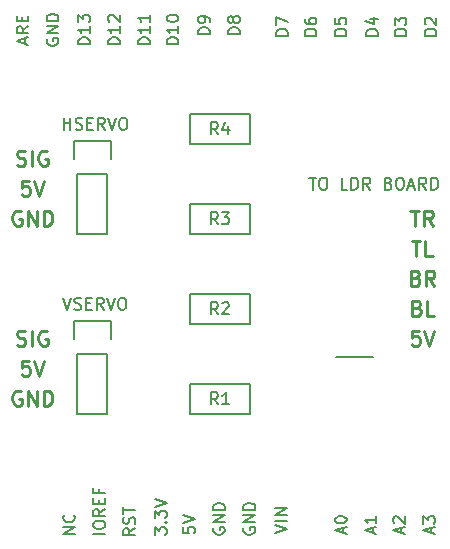
<source format=gto>
%TF.GenerationSoftware,KiCad,Pcbnew,4.0.5-e0-6337~49~ubuntu16.04.1*%
%TF.CreationDate,2017-05-08T14:00:32-07:00*%
%TF.ProjectId,Arduino-Shield,41726475696E6F2D536869656C642E6B,1.0*%
%TF.FileFunction,Legend,Top*%
%FSLAX46Y46*%
G04 Gerber Fmt 4.6, Leading zero omitted, Abs format (unit mm)*
G04 Created by KiCad (PCBNEW 4.0.5-e0-6337~49~ubuntu16.04.1) date Mon May  8 14:00:32 2017*
%MOMM*%
%LPD*%
G01*
G04 APERTURE LIST*
%ADD10C,0.350000*%
%ADD11C,0.254000*%
%ADD12C,0.150000*%
%ADD13C,0.203200*%
%ADD14C,2.151380*%
%ADD15R,2.184400X1.879600*%
%ADD16O,2.184400X1.879600*%
%ADD17R,2.184400X2.184400*%
%ADD18O,2.184400X2.184400*%
%ADD19O,1.676400X2.692400*%
G04 APERTURE END LIST*
D10*
D11*
X57742667Y-77252286D02*
X57924096Y-77312762D01*
X57984572Y-77373238D01*
X58045048Y-77494190D01*
X58045048Y-77675619D01*
X57984572Y-77796571D01*
X57924096Y-77857048D01*
X57803143Y-77917524D01*
X57319334Y-77917524D01*
X57319334Y-76647524D01*
X57742667Y-76647524D01*
X57863620Y-76708000D01*
X57924096Y-76768476D01*
X57984572Y-76889429D01*
X57984572Y-77010381D01*
X57924096Y-77131333D01*
X57863620Y-77191810D01*
X57742667Y-77252286D01*
X57319334Y-77252286D01*
X59194096Y-77917524D02*
X58589334Y-77917524D01*
X58589334Y-76647524D01*
X57168143Y-69027524D02*
X57893858Y-69027524D01*
X57531001Y-70297524D02*
X57531001Y-69027524D01*
X59042905Y-70297524D02*
X58619572Y-69692762D01*
X58317191Y-70297524D02*
X58317191Y-69027524D01*
X58801000Y-69027524D01*
X58921953Y-69088000D01*
X58982429Y-69148476D01*
X59042905Y-69269429D01*
X59042905Y-69450857D01*
X58982429Y-69571810D01*
X58921953Y-69632286D01*
X58801000Y-69692762D01*
X58317191Y-69692762D01*
X57289095Y-71567524D02*
X58014810Y-71567524D01*
X57651953Y-72837524D02*
X57651953Y-71567524D01*
X59042905Y-72837524D02*
X58438143Y-72837524D01*
X58438143Y-71567524D01*
X57621714Y-74712286D02*
X57803143Y-74772762D01*
X57863619Y-74833238D01*
X57924095Y-74954190D01*
X57924095Y-75135619D01*
X57863619Y-75256571D01*
X57803143Y-75317048D01*
X57682190Y-75377524D01*
X57198381Y-75377524D01*
X57198381Y-74107524D01*
X57621714Y-74107524D01*
X57742667Y-74168000D01*
X57803143Y-74228476D01*
X57863619Y-74349429D01*
X57863619Y-74470381D01*
X57803143Y-74591333D01*
X57742667Y-74651810D01*
X57621714Y-74712286D01*
X57198381Y-74712286D01*
X59194095Y-75377524D02*
X58770762Y-74772762D01*
X58468381Y-75377524D02*
X58468381Y-74107524D01*
X58952190Y-74107524D01*
X59073143Y-74168000D01*
X59133619Y-74228476D01*
X59194095Y-74349429D01*
X59194095Y-74530857D01*
X59133619Y-74651810D01*
X59073143Y-74712286D01*
X58952190Y-74772762D01*
X58468381Y-74772762D01*
X57924096Y-79187524D02*
X57319334Y-79187524D01*
X57258858Y-79792286D01*
X57319334Y-79731810D01*
X57440286Y-79671333D01*
X57742667Y-79671333D01*
X57863620Y-79731810D01*
X57924096Y-79792286D01*
X57984572Y-79913238D01*
X57984572Y-80215619D01*
X57924096Y-80336571D01*
X57863620Y-80397048D01*
X57742667Y-80457524D01*
X57440286Y-80457524D01*
X57319334Y-80397048D01*
X57258858Y-80336571D01*
X58347429Y-79187524D02*
X58770763Y-80457524D01*
X59194096Y-79187524D01*
X24178381Y-84328000D02*
X24057429Y-84267524D01*
X23876000Y-84267524D01*
X23694572Y-84328000D01*
X23573619Y-84448952D01*
X23513143Y-84569905D01*
X23452667Y-84811810D01*
X23452667Y-84993238D01*
X23513143Y-85235143D01*
X23573619Y-85356095D01*
X23694572Y-85477048D01*
X23876000Y-85537524D01*
X23996952Y-85537524D01*
X24178381Y-85477048D01*
X24238857Y-85416571D01*
X24238857Y-84993238D01*
X23996952Y-84993238D01*
X24783143Y-85537524D02*
X24783143Y-84267524D01*
X25508857Y-85537524D01*
X25508857Y-84267524D01*
X26113619Y-85537524D02*
X26113619Y-84267524D01*
X26416000Y-84267524D01*
X26597428Y-84328000D01*
X26718381Y-84448952D01*
X26778857Y-84569905D01*
X26839333Y-84811810D01*
X26839333Y-84993238D01*
X26778857Y-85235143D01*
X26718381Y-85356095D01*
X26597428Y-85477048D01*
X26416000Y-85537524D01*
X26113619Y-85537524D01*
X24904096Y-81727524D02*
X24299334Y-81727524D01*
X24238858Y-82332286D01*
X24299334Y-82271810D01*
X24420286Y-82211333D01*
X24722667Y-82211333D01*
X24843620Y-82271810D01*
X24904096Y-82332286D01*
X24964572Y-82453238D01*
X24964572Y-82755619D01*
X24904096Y-82876571D01*
X24843620Y-82937048D01*
X24722667Y-82997524D01*
X24420286Y-82997524D01*
X24299334Y-82937048D01*
X24238858Y-82876571D01*
X25327429Y-81727524D02*
X25750763Y-82997524D01*
X26174096Y-81727524D01*
X24178381Y-69088000D02*
X24057429Y-69027524D01*
X23876000Y-69027524D01*
X23694572Y-69088000D01*
X23573619Y-69208952D01*
X23513143Y-69329905D01*
X23452667Y-69571810D01*
X23452667Y-69753238D01*
X23513143Y-69995143D01*
X23573619Y-70116095D01*
X23694572Y-70237048D01*
X23876000Y-70297524D01*
X23996952Y-70297524D01*
X24178381Y-70237048D01*
X24238857Y-70176571D01*
X24238857Y-69753238D01*
X23996952Y-69753238D01*
X24783143Y-70297524D02*
X24783143Y-69027524D01*
X25508857Y-70297524D01*
X25508857Y-69027524D01*
X26113619Y-70297524D02*
X26113619Y-69027524D01*
X26416000Y-69027524D01*
X26597428Y-69088000D01*
X26718381Y-69208952D01*
X26778857Y-69329905D01*
X26839333Y-69571810D01*
X26839333Y-69753238D01*
X26778857Y-69995143D01*
X26718381Y-70116095D01*
X26597428Y-70237048D01*
X26416000Y-70297524D01*
X26113619Y-70297524D01*
X24904096Y-66487524D02*
X24299334Y-66487524D01*
X24238858Y-67092286D01*
X24299334Y-67031810D01*
X24420286Y-66971333D01*
X24722667Y-66971333D01*
X24843620Y-67031810D01*
X24904096Y-67092286D01*
X24964572Y-67213238D01*
X24964572Y-67515619D01*
X24904096Y-67636571D01*
X24843620Y-67697048D01*
X24722667Y-67757524D01*
X24420286Y-67757524D01*
X24299334Y-67697048D01*
X24238858Y-67636571D01*
X25327429Y-66487524D02*
X25750763Y-67757524D01*
X26174096Y-66487524D01*
X23845762Y-65157048D02*
X24027190Y-65217524D01*
X24329571Y-65217524D01*
X24450524Y-65157048D01*
X24511000Y-65096571D01*
X24571476Y-64975619D01*
X24571476Y-64854667D01*
X24511000Y-64733714D01*
X24450524Y-64673238D01*
X24329571Y-64612762D01*
X24087667Y-64552286D01*
X23966714Y-64491810D01*
X23906238Y-64431333D01*
X23845762Y-64310381D01*
X23845762Y-64189429D01*
X23906238Y-64068476D01*
X23966714Y-64008000D01*
X24087667Y-63947524D01*
X24390047Y-63947524D01*
X24571476Y-64008000D01*
X25115762Y-65217524D02*
X25115762Y-63947524D01*
X26385762Y-64008000D02*
X26264810Y-63947524D01*
X26083381Y-63947524D01*
X25901953Y-64008000D01*
X25781000Y-64128952D01*
X25720524Y-64249905D01*
X25660048Y-64491810D01*
X25660048Y-64673238D01*
X25720524Y-64915143D01*
X25781000Y-65036095D01*
X25901953Y-65157048D01*
X26083381Y-65217524D01*
X26204333Y-65217524D01*
X26385762Y-65157048D01*
X26446238Y-65096571D01*
X26446238Y-64673238D01*
X26204333Y-64673238D01*
X23845762Y-80397048D02*
X24027190Y-80457524D01*
X24329571Y-80457524D01*
X24450524Y-80397048D01*
X24511000Y-80336571D01*
X24571476Y-80215619D01*
X24571476Y-80094667D01*
X24511000Y-79973714D01*
X24450524Y-79913238D01*
X24329571Y-79852762D01*
X24087667Y-79792286D01*
X23966714Y-79731810D01*
X23906238Y-79671333D01*
X23845762Y-79550381D01*
X23845762Y-79429429D01*
X23906238Y-79308476D01*
X23966714Y-79248000D01*
X24087667Y-79187524D01*
X24390047Y-79187524D01*
X24571476Y-79248000D01*
X25115762Y-80457524D02*
X25115762Y-79187524D01*
X26385762Y-79248000D02*
X26264810Y-79187524D01*
X26083381Y-79187524D01*
X25901953Y-79248000D01*
X25781000Y-79368952D01*
X25720524Y-79489905D01*
X25660048Y-79731810D01*
X25660048Y-79913238D01*
X25720524Y-80155143D01*
X25781000Y-80276095D01*
X25901953Y-80397048D01*
X26083381Y-80457524D01*
X26204333Y-80457524D01*
X26385762Y-80397048D01*
X26446238Y-80336571D01*
X26446238Y-79913238D01*
X26204333Y-79913238D01*
D12*
X43561000Y-70993000D02*
X38481000Y-70993000D01*
X38481000Y-70993000D02*
X38481000Y-68453000D01*
X38481000Y-68453000D02*
X43561000Y-68453000D01*
X43561000Y-68453000D02*
X43561000Y-70993000D01*
X43561000Y-78613000D02*
X38481000Y-78613000D01*
X38481000Y-78613000D02*
X38481000Y-76073000D01*
X38481000Y-76073000D02*
X43561000Y-76073000D01*
X43561000Y-76073000D02*
X43561000Y-78613000D01*
X43561000Y-63373000D02*
X38481000Y-63373000D01*
X38481000Y-63373000D02*
X38481000Y-60833000D01*
X38481000Y-60833000D02*
X43561000Y-60833000D01*
X43561000Y-60833000D02*
X43561000Y-63373000D01*
X43561000Y-86233000D02*
X38481000Y-86233000D01*
X38481000Y-86233000D02*
X38481000Y-83693000D01*
X38481000Y-83693000D02*
X43561000Y-83693000D01*
X43561000Y-83693000D02*
X43561000Y-86233000D01*
X28956000Y-81153000D02*
X28956000Y-86233000D01*
X28956000Y-86233000D02*
X31496000Y-86233000D01*
X31496000Y-86233000D02*
X31496000Y-81153000D01*
X31776000Y-78333000D02*
X31776000Y-79883000D01*
X31496000Y-81153000D02*
X28956000Y-81153000D01*
X28676000Y-79883000D02*
X28676000Y-78333000D01*
X28676000Y-78333000D02*
X31776000Y-78333000D01*
X28956000Y-65913000D02*
X28956000Y-70993000D01*
X28956000Y-70993000D02*
X31496000Y-70993000D01*
X31496000Y-70993000D02*
X31496000Y-65913000D01*
X31776000Y-63093000D02*
X31776000Y-64643000D01*
X31496000Y-65913000D02*
X28956000Y-65913000D01*
X28676000Y-64643000D02*
X28676000Y-63093000D01*
X28676000Y-63093000D02*
X31776000Y-63093000D01*
X54001000Y-81433000D02*
X50901000Y-81433000D01*
X40854334Y-70175381D02*
X40521000Y-69699190D01*
X40282905Y-70175381D02*
X40282905Y-69175381D01*
X40663858Y-69175381D01*
X40759096Y-69223000D01*
X40806715Y-69270619D01*
X40854334Y-69365857D01*
X40854334Y-69508714D01*
X40806715Y-69603952D01*
X40759096Y-69651571D01*
X40663858Y-69699190D01*
X40282905Y-69699190D01*
X41187667Y-69175381D02*
X41806715Y-69175381D01*
X41473381Y-69556333D01*
X41616239Y-69556333D01*
X41711477Y-69603952D01*
X41759096Y-69651571D01*
X41806715Y-69746810D01*
X41806715Y-69984905D01*
X41759096Y-70080143D01*
X41711477Y-70127762D01*
X41616239Y-70175381D01*
X41330524Y-70175381D01*
X41235286Y-70127762D01*
X41187667Y-70080143D01*
X40854334Y-77795381D02*
X40521000Y-77319190D01*
X40282905Y-77795381D02*
X40282905Y-76795381D01*
X40663858Y-76795381D01*
X40759096Y-76843000D01*
X40806715Y-76890619D01*
X40854334Y-76985857D01*
X40854334Y-77128714D01*
X40806715Y-77223952D01*
X40759096Y-77271571D01*
X40663858Y-77319190D01*
X40282905Y-77319190D01*
X41235286Y-76890619D02*
X41282905Y-76843000D01*
X41378143Y-76795381D01*
X41616239Y-76795381D01*
X41711477Y-76843000D01*
X41759096Y-76890619D01*
X41806715Y-76985857D01*
X41806715Y-77081095D01*
X41759096Y-77223952D01*
X41187667Y-77795381D01*
X41806715Y-77795381D01*
X40854334Y-62555381D02*
X40521000Y-62079190D01*
X40282905Y-62555381D02*
X40282905Y-61555381D01*
X40663858Y-61555381D01*
X40759096Y-61603000D01*
X40806715Y-61650619D01*
X40854334Y-61745857D01*
X40854334Y-61888714D01*
X40806715Y-61983952D01*
X40759096Y-62031571D01*
X40663858Y-62079190D01*
X40282905Y-62079190D01*
X41711477Y-61888714D02*
X41711477Y-62555381D01*
X41473381Y-61507762D02*
X41235286Y-62222048D01*
X41854334Y-62222048D01*
X40854334Y-85415381D02*
X40521000Y-84939190D01*
X40282905Y-85415381D02*
X40282905Y-84415381D01*
X40663858Y-84415381D01*
X40759096Y-84463000D01*
X40806715Y-84510619D01*
X40854334Y-84605857D01*
X40854334Y-84748714D01*
X40806715Y-84843952D01*
X40759096Y-84891571D01*
X40663858Y-84939190D01*
X40282905Y-84939190D01*
X41806715Y-85415381D02*
X41235286Y-85415381D01*
X41521000Y-85415381D02*
X41521000Y-84415381D01*
X41425762Y-84558238D01*
X41330524Y-84653476D01*
X41235286Y-84701095D01*
X27765714Y-76414381D02*
X28099047Y-77414381D01*
X28432381Y-76414381D01*
X28718095Y-77366762D02*
X28860952Y-77414381D01*
X29099048Y-77414381D01*
X29194286Y-77366762D01*
X29241905Y-77319143D01*
X29289524Y-77223905D01*
X29289524Y-77128667D01*
X29241905Y-77033429D01*
X29194286Y-76985810D01*
X29099048Y-76938190D01*
X28908571Y-76890571D01*
X28813333Y-76842952D01*
X28765714Y-76795333D01*
X28718095Y-76700095D01*
X28718095Y-76604857D01*
X28765714Y-76509619D01*
X28813333Y-76462000D01*
X28908571Y-76414381D01*
X29146667Y-76414381D01*
X29289524Y-76462000D01*
X29718095Y-76890571D02*
X30051429Y-76890571D01*
X30194286Y-77414381D02*
X29718095Y-77414381D01*
X29718095Y-76414381D01*
X30194286Y-76414381D01*
X31194286Y-77414381D02*
X30860952Y-76938190D01*
X30622857Y-77414381D02*
X30622857Y-76414381D01*
X31003810Y-76414381D01*
X31099048Y-76462000D01*
X31146667Y-76509619D01*
X31194286Y-76604857D01*
X31194286Y-76747714D01*
X31146667Y-76842952D01*
X31099048Y-76890571D01*
X31003810Y-76938190D01*
X30622857Y-76938190D01*
X31480000Y-76414381D02*
X31813333Y-77414381D01*
X32146667Y-76414381D01*
X32670476Y-76414381D02*
X32860953Y-76414381D01*
X32956191Y-76462000D01*
X33051429Y-76557238D01*
X33099048Y-76747714D01*
X33099048Y-77081048D01*
X33051429Y-77271524D01*
X32956191Y-77366762D01*
X32860953Y-77414381D01*
X32670476Y-77414381D01*
X32575238Y-77366762D01*
X32480000Y-77271524D01*
X32432381Y-77081048D01*
X32432381Y-76747714D01*
X32480000Y-76557238D01*
X32575238Y-76462000D01*
X32670476Y-76414381D01*
X27813333Y-62174381D02*
X27813333Y-61174381D01*
X27813333Y-61650571D02*
X28384762Y-61650571D01*
X28384762Y-62174381D02*
X28384762Y-61174381D01*
X28813333Y-62126762D02*
X28956190Y-62174381D01*
X29194286Y-62174381D01*
X29289524Y-62126762D01*
X29337143Y-62079143D01*
X29384762Y-61983905D01*
X29384762Y-61888667D01*
X29337143Y-61793429D01*
X29289524Y-61745810D01*
X29194286Y-61698190D01*
X29003809Y-61650571D01*
X28908571Y-61602952D01*
X28860952Y-61555333D01*
X28813333Y-61460095D01*
X28813333Y-61364857D01*
X28860952Y-61269619D01*
X28908571Y-61222000D01*
X29003809Y-61174381D01*
X29241905Y-61174381D01*
X29384762Y-61222000D01*
X29813333Y-61650571D02*
X30146667Y-61650571D01*
X30289524Y-62174381D02*
X29813333Y-62174381D01*
X29813333Y-61174381D01*
X30289524Y-61174381D01*
X31289524Y-62174381D02*
X30956190Y-61698190D01*
X30718095Y-62174381D02*
X30718095Y-61174381D01*
X31099048Y-61174381D01*
X31194286Y-61222000D01*
X31241905Y-61269619D01*
X31289524Y-61364857D01*
X31289524Y-61507714D01*
X31241905Y-61602952D01*
X31194286Y-61650571D01*
X31099048Y-61698190D01*
X30718095Y-61698190D01*
X31575238Y-61174381D02*
X31908571Y-62174381D01*
X32241905Y-61174381D01*
X32765714Y-61174381D02*
X32956191Y-61174381D01*
X33051429Y-61222000D01*
X33146667Y-61317238D01*
X33194286Y-61507714D01*
X33194286Y-61841048D01*
X33146667Y-62031524D01*
X33051429Y-62126762D01*
X32956191Y-62174381D01*
X32765714Y-62174381D01*
X32670476Y-62126762D01*
X32575238Y-62031524D01*
X32527619Y-61841048D01*
X32527619Y-61507714D01*
X32575238Y-61317238D01*
X32670476Y-61222000D01*
X32765714Y-61174381D01*
D13*
X48586572Y-66245619D02*
X49167143Y-66245619D01*
X48876858Y-67261619D02*
X48876858Y-66245619D01*
X49699334Y-66245619D02*
X49892857Y-66245619D01*
X49989619Y-66294000D01*
X50086381Y-66390762D01*
X50134762Y-66584286D01*
X50134762Y-66922952D01*
X50086381Y-67116476D01*
X49989619Y-67213238D01*
X49892857Y-67261619D01*
X49699334Y-67261619D01*
X49602572Y-67213238D01*
X49505810Y-67116476D01*
X49457429Y-66922952D01*
X49457429Y-66584286D01*
X49505810Y-66390762D01*
X49602572Y-66294000D01*
X49699334Y-66245619D01*
X51828095Y-67261619D02*
X51344286Y-67261619D01*
X51344286Y-66245619D01*
X52166762Y-67261619D02*
X52166762Y-66245619D01*
X52408667Y-66245619D01*
X52553809Y-66294000D01*
X52650571Y-66390762D01*
X52698952Y-66487524D01*
X52747333Y-66681048D01*
X52747333Y-66826190D01*
X52698952Y-67019714D01*
X52650571Y-67116476D01*
X52553809Y-67213238D01*
X52408667Y-67261619D01*
X52166762Y-67261619D01*
X53763333Y-67261619D02*
X53424667Y-66777810D01*
X53182762Y-67261619D02*
X53182762Y-66245619D01*
X53569809Y-66245619D01*
X53666571Y-66294000D01*
X53714952Y-66342381D01*
X53763333Y-66439143D01*
X53763333Y-66584286D01*
X53714952Y-66681048D01*
X53666571Y-66729429D01*
X53569809Y-66777810D01*
X53182762Y-66777810D01*
X55311523Y-66729429D02*
X55456666Y-66777810D01*
X55505047Y-66826190D01*
X55553428Y-66922952D01*
X55553428Y-67068095D01*
X55505047Y-67164857D01*
X55456666Y-67213238D01*
X55359904Y-67261619D01*
X54972857Y-67261619D01*
X54972857Y-66245619D01*
X55311523Y-66245619D01*
X55408285Y-66294000D01*
X55456666Y-66342381D01*
X55505047Y-66439143D01*
X55505047Y-66535905D01*
X55456666Y-66632667D01*
X55408285Y-66681048D01*
X55311523Y-66729429D01*
X54972857Y-66729429D01*
X56182381Y-66245619D02*
X56375904Y-66245619D01*
X56472666Y-66294000D01*
X56569428Y-66390762D01*
X56617809Y-66584286D01*
X56617809Y-66922952D01*
X56569428Y-67116476D01*
X56472666Y-67213238D01*
X56375904Y-67261619D01*
X56182381Y-67261619D01*
X56085619Y-67213238D01*
X55988857Y-67116476D01*
X55940476Y-66922952D01*
X55940476Y-66584286D01*
X55988857Y-66390762D01*
X56085619Y-66294000D01*
X56182381Y-66245619D01*
X57004857Y-66971333D02*
X57488666Y-66971333D01*
X56908095Y-67261619D02*
X57246762Y-66245619D01*
X57585428Y-67261619D01*
X58504666Y-67261619D02*
X58166000Y-66777810D01*
X57924095Y-67261619D02*
X57924095Y-66245619D01*
X58311142Y-66245619D01*
X58407904Y-66294000D01*
X58456285Y-66342381D01*
X58504666Y-66439143D01*
X58504666Y-66584286D01*
X58456285Y-66681048D01*
X58407904Y-66729429D01*
X58311142Y-66777810D01*
X57924095Y-66777810D01*
X58940095Y-67261619D02*
X58940095Y-66245619D01*
X59182000Y-66245619D01*
X59327142Y-66294000D01*
X59423904Y-66390762D01*
X59472285Y-66487524D01*
X59520666Y-66681048D01*
X59520666Y-66826190D01*
X59472285Y-67019714D01*
X59423904Y-67116476D01*
X59327142Y-67213238D01*
X59182000Y-67261619D01*
X58940095Y-67261619D01*
D12*
X31313381Y-96392762D02*
X30313381Y-96392762D01*
X30313381Y-95726096D02*
X30313381Y-95535619D01*
X30361000Y-95440381D01*
X30456238Y-95345143D01*
X30646714Y-95297524D01*
X30980048Y-95297524D01*
X31170524Y-95345143D01*
X31265762Y-95440381D01*
X31313381Y-95535619D01*
X31313381Y-95726096D01*
X31265762Y-95821334D01*
X31170524Y-95916572D01*
X30980048Y-95964191D01*
X30646714Y-95964191D01*
X30456238Y-95916572D01*
X30361000Y-95821334D01*
X30313381Y-95726096D01*
X31313381Y-94297524D02*
X30837190Y-94630858D01*
X31313381Y-94868953D02*
X30313381Y-94868953D01*
X30313381Y-94488000D01*
X30361000Y-94392762D01*
X30408619Y-94345143D01*
X30503857Y-94297524D01*
X30646714Y-94297524D01*
X30741952Y-94345143D01*
X30789571Y-94392762D01*
X30837190Y-94488000D01*
X30837190Y-94868953D01*
X30789571Y-93868953D02*
X30789571Y-93535619D01*
X31313381Y-93392762D02*
X31313381Y-93868953D01*
X30313381Y-93868953D01*
X30313381Y-93392762D01*
X30789571Y-92630857D02*
X30789571Y-92964191D01*
X31313381Y-92964191D02*
X30313381Y-92964191D01*
X30313381Y-92488000D01*
X28753381Y-96416714D02*
X27753381Y-96416714D01*
X28753381Y-95845285D01*
X27753381Y-95845285D01*
X28658143Y-94797666D02*
X28705762Y-94845285D01*
X28753381Y-94988142D01*
X28753381Y-95083380D01*
X28705762Y-95226238D01*
X28610524Y-95321476D01*
X28515286Y-95369095D01*
X28324810Y-95416714D01*
X28181952Y-95416714D01*
X27991476Y-95369095D01*
X27896238Y-95321476D01*
X27801000Y-95226238D01*
X27753381Y-95083380D01*
X27753381Y-94988142D01*
X27801000Y-94845285D01*
X27848619Y-94797666D01*
X33853381Y-95924619D02*
X33377190Y-96257953D01*
X33853381Y-96496048D02*
X32853381Y-96496048D01*
X32853381Y-96115095D01*
X32901000Y-96019857D01*
X32948619Y-95972238D01*
X33043857Y-95924619D01*
X33186714Y-95924619D01*
X33281952Y-95972238D01*
X33329571Y-96019857D01*
X33377190Y-96115095D01*
X33377190Y-96496048D01*
X33805762Y-95543667D02*
X33853381Y-95400810D01*
X33853381Y-95162714D01*
X33805762Y-95067476D01*
X33758143Y-95019857D01*
X33662905Y-94972238D01*
X33567667Y-94972238D01*
X33472429Y-95019857D01*
X33424810Y-95067476D01*
X33377190Y-95162714D01*
X33329571Y-95353191D01*
X33281952Y-95448429D01*
X33234333Y-95496048D01*
X33139095Y-95543667D01*
X33043857Y-95543667D01*
X32948619Y-95496048D01*
X32901000Y-95448429D01*
X32853381Y-95353191D01*
X32853381Y-95115095D01*
X32901000Y-94972238D01*
X32853381Y-94686524D02*
X32853381Y-94115095D01*
X33853381Y-94400810D02*
X32853381Y-94400810D01*
X35520381Y-96472190D02*
X35520381Y-95853142D01*
X35901333Y-96186476D01*
X35901333Y-96043618D01*
X35948952Y-95948380D01*
X35996571Y-95900761D01*
X36091810Y-95853142D01*
X36329905Y-95853142D01*
X36425143Y-95900761D01*
X36472762Y-95948380D01*
X36520381Y-96043618D01*
X36520381Y-96329333D01*
X36472762Y-96424571D01*
X36425143Y-96472190D01*
X36425143Y-95424571D02*
X36472762Y-95376952D01*
X36520381Y-95424571D01*
X36472762Y-95472190D01*
X36425143Y-95424571D01*
X36520381Y-95424571D01*
X35520381Y-95043619D02*
X35520381Y-94424571D01*
X35901333Y-94757905D01*
X35901333Y-94615047D01*
X35948952Y-94519809D01*
X35996571Y-94472190D01*
X36091810Y-94424571D01*
X36329905Y-94424571D01*
X36425143Y-94472190D01*
X36472762Y-94519809D01*
X36520381Y-94615047D01*
X36520381Y-94900762D01*
X36472762Y-94996000D01*
X36425143Y-95043619D01*
X35520381Y-94138857D02*
X36520381Y-93805524D01*
X35520381Y-93472190D01*
X37913381Y-95821476D02*
X37913381Y-96297667D01*
X38389571Y-96345286D01*
X38341952Y-96297667D01*
X38294333Y-96202429D01*
X38294333Y-95964333D01*
X38341952Y-95869095D01*
X38389571Y-95821476D01*
X38484810Y-95773857D01*
X38722905Y-95773857D01*
X38818143Y-95821476D01*
X38865762Y-95869095D01*
X38913381Y-95964333D01*
X38913381Y-96202429D01*
X38865762Y-96297667D01*
X38818143Y-96345286D01*
X37913381Y-95488143D02*
X38913381Y-95154810D01*
X37913381Y-94821476D01*
X40501000Y-95884904D02*
X40453381Y-95980142D01*
X40453381Y-96122999D01*
X40501000Y-96265857D01*
X40596238Y-96361095D01*
X40691476Y-96408714D01*
X40881952Y-96456333D01*
X41024810Y-96456333D01*
X41215286Y-96408714D01*
X41310524Y-96361095D01*
X41405762Y-96265857D01*
X41453381Y-96122999D01*
X41453381Y-96027761D01*
X41405762Y-95884904D01*
X41358143Y-95837285D01*
X41024810Y-95837285D01*
X41024810Y-96027761D01*
X41453381Y-95408714D02*
X40453381Y-95408714D01*
X41453381Y-94837285D01*
X40453381Y-94837285D01*
X41453381Y-94361095D02*
X40453381Y-94361095D01*
X40453381Y-94123000D01*
X40501000Y-93980142D01*
X40596238Y-93884904D01*
X40691476Y-93837285D01*
X40881952Y-93789666D01*
X41024810Y-93789666D01*
X41215286Y-93837285D01*
X41310524Y-93884904D01*
X41405762Y-93980142D01*
X41453381Y-94123000D01*
X41453381Y-94361095D01*
X43076000Y-95884904D02*
X43028381Y-95980142D01*
X43028381Y-96122999D01*
X43076000Y-96265857D01*
X43171238Y-96361095D01*
X43266476Y-96408714D01*
X43456952Y-96456333D01*
X43599810Y-96456333D01*
X43790286Y-96408714D01*
X43885524Y-96361095D01*
X43980762Y-96265857D01*
X44028381Y-96122999D01*
X44028381Y-96027761D01*
X43980762Y-95884904D01*
X43933143Y-95837285D01*
X43599810Y-95837285D01*
X43599810Y-96027761D01*
X44028381Y-95408714D02*
X43028381Y-95408714D01*
X44028381Y-94837285D01*
X43028381Y-94837285D01*
X44028381Y-94361095D02*
X43028381Y-94361095D01*
X43028381Y-94123000D01*
X43076000Y-93980142D01*
X43171238Y-93884904D01*
X43266476Y-93837285D01*
X43456952Y-93789666D01*
X43599810Y-93789666D01*
X43790286Y-93837285D01*
X43885524Y-93884904D01*
X43980762Y-93980142D01*
X44028381Y-94123000D01*
X44028381Y-94361095D01*
X45703381Y-96293238D02*
X46703381Y-95959905D01*
X45703381Y-95626571D01*
X46703381Y-95293238D02*
X45703381Y-95293238D01*
X46703381Y-94817048D02*
X45703381Y-94817048D01*
X46703381Y-94245619D01*
X45703381Y-94245619D01*
X58947667Y-96345286D02*
X58947667Y-95869095D01*
X59233381Y-96440524D02*
X58233381Y-96107191D01*
X59233381Y-95773857D01*
X58233381Y-95535762D02*
X58233381Y-94916714D01*
X58614333Y-95250048D01*
X58614333Y-95107190D01*
X58661952Y-95011952D01*
X58709571Y-94964333D01*
X58804810Y-94916714D01*
X59042905Y-94916714D01*
X59138143Y-94964333D01*
X59185762Y-95011952D01*
X59233381Y-95107190D01*
X59233381Y-95392905D01*
X59185762Y-95488143D01*
X59138143Y-95535762D01*
X56407667Y-96345286D02*
X56407667Y-95869095D01*
X56693381Y-96440524D02*
X55693381Y-96107191D01*
X56693381Y-95773857D01*
X55788619Y-95488143D02*
X55741000Y-95440524D01*
X55693381Y-95345286D01*
X55693381Y-95107190D01*
X55741000Y-95011952D01*
X55788619Y-94964333D01*
X55883857Y-94916714D01*
X55979095Y-94916714D01*
X56121952Y-94964333D01*
X56693381Y-95535762D01*
X56693381Y-94916714D01*
X53994667Y-96345286D02*
X53994667Y-95869095D01*
X54280381Y-96440524D02*
X53280381Y-96107191D01*
X54280381Y-95773857D01*
X54280381Y-94916714D02*
X54280381Y-95488143D01*
X54280381Y-95202429D02*
X53280381Y-95202429D01*
X53423238Y-95297667D01*
X53518476Y-95392905D01*
X53566095Y-95488143D01*
X51474667Y-96345286D02*
X51474667Y-95869095D01*
X51760381Y-96440524D02*
X50760381Y-96107191D01*
X51760381Y-95773857D01*
X50760381Y-95250048D02*
X50760381Y-95154809D01*
X50808000Y-95059571D01*
X50855619Y-95011952D01*
X50950857Y-94964333D01*
X51141333Y-94916714D01*
X51379429Y-94916714D01*
X51569905Y-94964333D01*
X51665143Y-95011952D01*
X51712762Y-95059571D01*
X51760381Y-95154809D01*
X51760381Y-95250048D01*
X51712762Y-95345286D01*
X51665143Y-95392905D01*
X51569905Y-95440524D01*
X51379429Y-95488143D01*
X51141333Y-95488143D01*
X50950857Y-95440524D01*
X50855619Y-95392905D01*
X50808000Y-95345286D01*
X50760381Y-95250048D01*
X24530667Y-54911476D02*
X24530667Y-54435285D01*
X24816381Y-55006714D02*
X23816381Y-54673381D01*
X24816381Y-54340047D01*
X24816381Y-53435285D02*
X24340190Y-53768619D01*
X24816381Y-54006714D02*
X23816381Y-54006714D01*
X23816381Y-53625761D01*
X23864000Y-53530523D01*
X23911619Y-53482904D01*
X24006857Y-53435285D01*
X24149714Y-53435285D01*
X24244952Y-53482904D01*
X24292571Y-53530523D01*
X24340190Y-53625761D01*
X24340190Y-54006714D01*
X24292571Y-53006714D02*
X24292571Y-52673380D01*
X24816381Y-52530523D02*
X24816381Y-53006714D01*
X23816381Y-53006714D01*
X23816381Y-52530523D01*
X26404000Y-54482904D02*
X26356381Y-54578142D01*
X26356381Y-54720999D01*
X26404000Y-54863857D01*
X26499238Y-54959095D01*
X26594476Y-55006714D01*
X26784952Y-55054333D01*
X26927810Y-55054333D01*
X27118286Y-55006714D01*
X27213524Y-54959095D01*
X27308762Y-54863857D01*
X27356381Y-54720999D01*
X27356381Y-54625761D01*
X27308762Y-54482904D01*
X27261143Y-54435285D01*
X26927810Y-54435285D01*
X26927810Y-54625761D01*
X27356381Y-54006714D02*
X26356381Y-54006714D01*
X27356381Y-53435285D01*
X26356381Y-53435285D01*
X27356381Y-52959095D02*
X26356381Y-52959095D01*
X26356381Y-52721000D01*
X26404000Y-52578142D01*
X26499238Y-52482904D01*
X26594476Y-52435285D01*
X26784952Y-52387666D01*
X26927810Y-52387666D01*
X27118286Y-52435285D01*
X27213524Y-52482904D01*
X27308762Y-52578142D01*
X27356381Y-52721000D01*
X27356381Y-52959095D01*
X30023381Y-54935286D02*
X29023381Y-54935286D01*
X29023381Y-54697191D01*
X29071000Y-54554333D01*
X29166238Y-54459095D01*
X29261476Y-54411476D01*
X29451952Y-54363857D01*
X29594810Y-54363857D01*
X29785286Y-54411476D01*
X29880524Y-54459095D01*
X29975762Y-54554333D01*
X30023381Y-54697191D01*
X30023381Y-54935286D01*
X30023381Y-53411476D02*
X30023381Y-53982905D01*
X30023381Y-53697191D02*
X29023381Y-53697191D01*
X29166238Y-53792429D01*
X29261476Y-53887667D01*
X29309095Y-53982905D01*
X29023381Y-53078143D02*
X29023381Y-52459095D01*
X29404333Y-52792429D01*
X29404333Y-52649571D01*
X29451952Y-52554333D01*
X29499571Y-52506714D01*
X29594810Y-52459095D01*
X29832905Y-52459095D01*
X29928143Y-52506714D01*
X29975762Y-52554333D01*
X30023381Y-52649571D01*
X30023381Y-52935286D01*
X29975762Y-53030524D01*
X29928143Y-53078143D01*
X32563381Y-54935286D02*
X31563381Y-54935286D01*
X31563381Y-54697191D01*
X31611000Y-54554333D01*
X31706238Y-54459095D01*
X31801476Y-54411476D01*
X31991952Y-54363857D01*
X32134810Y-54363857D01*
X32325286Y-54411476D01*
X32420524Y-54459095D01*
X32515762Y-54554333D01*
X32563381Y-54697191D01*
X32563381Y-54935286D01*
X32563381Y-53411476D02*
X32563381Y-53982905D01*
X32563381Y-53697191D02*
X31563381Y-53697191D01*
X31706238Y-53792429D01*
X31801476Y-53887667D01*
X31849095Y-53982905D01*
X31658619Y-53030524D02*
X31611000Y-52982905D01*
X31563381Y-52887667D01*
X31563381Y-52649571D01*
X31611000Y-52554333D01*
X31658619Y-52506714D01*
X31753857Y-52459095D01*
X31849095Y-52459095D01*
X31991952Y-52506714D01*
X32563381Y-53078143D01*
X32563381Y-52459095D01*
X35103381Y-54935286D02*
X34103381Y-54935286D01*
X34103381Y-54697191D01*
X34151000Y-54554333D01*
X34246238Y-54459095D01*
X34341476Y-54411476D01*
X34531952Y-54363857D01*
X34674810Y-54363857D01*
X34865286Y-54411476D01*
X34960524Y-54459095D01*
X35055762Y-54554333D01*
X35103381Y-54697191D01*
X35103381Y-54935286D01*
X35103381Y-53411476D02*
X35103381Y-53982905D01*
X35103381Y-53697191D02*
X34103381Y-53697191D01*
X34246238Y-53792429D01*
X34341476Y-53887667D01*
X34389095Y-53982905D01*
X35103381Y-52459095D02*
X35103381Y-53030524D01*
X35103381Y-52744810D02*
X34103381Y-52744810D01*
X34246238Y-52840048D01*
X34341476Y-52935286D01*
X34389095Y-53030524D01*
X37516381Y-54935286D02*
X36516381Y-54935286D01*
X36516381Y-54697191D01*
X36564000Y-54554333D01*
X36659238Y-54459095D01*
X36754476Y-54411476D01*
X36944952Y-54363857D01*
X37087810Y-54363857D01*
X37278286Y-54411476D01*
X37373524Y-54459095D01*
X37468762Y-54554333D01*
X37516381Y-54697191D01*
X37516381Y-54935286D01*
X37516381Y-53411476D02*
X37516381Y-53982905D01*
X37516381Y-53697191D02*
X36516381Y-53697191D01*
X36659238Y-53792429D01*
X36754476Y-53887667D01*
X36802095Y-53982905D01*
X36516381Y-52792429D02*
X36516381Y-52697190D01*
X36564000Y-52601952D01*
X36611619Y-52554333D01*
X36706857Y-52506714D01*
X36897333Y-52459095D01*
X37135429Y-52459095D01*
X37325905Y-52506714D01*
X37421143Y-52554333D01*
X37468762Y-52601952D01*
X37516381Y-52697190D01*
X37516381Y-52792429D01*
X37468762Y-52887667D01*
X37421143Y-52935286D01*
X37325905Y-52982905D01*
X37135429Y-53030524D01*
X36897333Y-53030524D01*
X36706857Y-52982905D01*
X36611619Y-52935286D01*
X36564000Y-52887667D01*
X36516381Y-52792429D01*
X40183381Y-54078095D02*
X39183381Y-54078095D01*
X39183381Y-53840000D01*
X39231000Y-53697142D01*
X39326238Y-53601904D01*
X39421476Y-53554285D01*
X39611952Y-53506666D01*
X39754810Y-53506666D01*
X39945286Y-53554285D01*
X40040524Y-53601904D01*
X40135762Y-53697142D01*
X40183381Y-53840000D01*
X40183381Y-54078095D01*
X40183381Y-53030476D02*
X40183381Y-52840000D01*
X40135762Y-52744761D01*
X40088143Y-52697142D01*
X39945286Y-52601904D01*
X39754810Y-52554285D01*
X39373857Y-52554285D01*
X39278619Y-52601904D01*
X39231000Y-52649523D01*
X39183381Y-52744761D01*
X39183381Y-52935238D01*
X39231000Y-53030476D01*
X39278619Y-53078095D01*
X39373857Y-53125714D01*
X39611952Y-53125714D01*
X39707190Y-53078095D01*
X39754810Y-53030476D01*
X39802429Y-52935238D01*
X39802429Y-52744761D01*
X39754810Y-52649523D01*
X39707190Y-52601904D01*
X39611952Y-52554285D01*
X42723381Y-54078095D02*
X41723381Y-54078095D01*
X41723381Y-53840000D01*
X41771000Y-53697142D01*
X41866238Y-53601904D01*
X41961476Y-53554285D01*
X42151952Y-53506666D01*
X42294810Y-53506666D01*
X42485286Y-53554285D01*
X42580524Y-53601904D01*
X42675762Y-53697142D01*
X42723381Y-53840000D01*
X42723381Y-54078095D01*
X42151952Y-52935238D02*
X42104333Y-53030476D01*
X42056714Y-53078095D01*
X41961476Y-53125714D01*
X41913857Y-53125714D01*
X41818619Y-53078095D01*
X41771000Y-53030476D01*
X41723381Y-52935238D01*
X41723381Y-52744761D01*
X41771000Y-52649523D01*
X41818619Y-52601904D01*
X41913857Y-52554285D01*
X41961476Y-52554285D01*
X42056714Y-52601904D01*
X42104333Y-52649523D01*
X42151952Y-52744761D01*
X42151952Y-52935238D01*
X42199571Y-53030476D01*
X42247190Y-53078095D01*
X42342429Y-53125714D01*
X42532905Y-53125714D01*
X42628143Y-53078095D01*
X42675762Y-53030476D01*
X42723381Y-52935238D01*
X42723381Y-52744761D01*
X42675762Y-52649523D01*
X42628143Y-52601904D01*
X42532905Y-52554285D01*
X42342429Y-52554285D01*
X42247190Y-52601904D01*
X42199571Y-52649523D01*
X42151952Y-52744761D01*
X46787381Y-54205095D02*
X45787381Y-54205095D01*
X45787381Y-53967000D01*
X45835000Y-53824142D01*
X45930238Y-53728904D01*
X46025476Y-53681285D01*
X46215952Y-53633666D01*
X46358810Y-53633666D01*
X46549286Y-53681285D01*
X46644524Y-53728904D01*
X46739762Y-53824142D01*
X46787381Y-53967000D01*
X46787381Y-54205095D01*
X45787381Y-53300333D02*
X45787381Y-52633666D01*
X46787381Y-53062238D01*
X49200381Y-54205095D02*
X48200381Y-54205095D01*
X48200381Y-53967000D01*
X48248000Y-53824142D01*
X48343238Y-53728904D01*
X48438476Y-53681285D01*
X48628952Y-53633666D01*
X48771810Y-53633666D01*
X48962286Y-53681285D01*
X49057524Y-53728904D01*
X49152762Y-53824142D01*
X49200381Y-53967000D01*
X49200381Y-54205095D01*
X48200381Y-52776523D02*
X48200381Y-52967000D01*
X48248000Y-53062238D01*
X48295619Y-53109857D01*
X48438476Y-53205095D01*
X48628952Y-53252714D01*
X49009905Y-53252714D01*
X49105143Y-53205095D01*
X49152762Y-53157476D01*
X49200381Y-53062238D01*
X49200381Y-52871761D01*
X49152762Y-52776523D01*
X49105143Y-52728904D01*
X49009905Y-52681285D01*
X48771810Y-52681285D01*
X48676571Y-52728904D01*
X48628952Y-52776523D01*
X48581333Y-52871761D01*
X48581333Y-53062238D01*
X48628952Y-53157476D01*
X48676571Y-53205095D01*
X48771810Y-53252714D01*
X51740381Y-54205095D02*
X50740381Y-54205095D01*
X50740381Y-53967000D01*
X50788000Y-53824142D01*
X50883238Y-53728904D01*
X50978476Y-53681285D01*
X51168952Y-53633666D01*
X51311810Y-53633666D01*
X51502286Y-53681285D01*
X51597524Y-53728904D01*
X51692762Y-53824142D01*
X51740381Y-53967000D01*
X51740381Y-54205095D01*
X50740381Y-52728904D02*
X50740381Y-53205095D01*
X51216571Y-53252714D01*
X51168952Y-53205095D01*
X51121333Y-53109857D01*
X51121333Y-52871761D01*
X51168952Y-52776523D01*
X51216571Y-52728904D01*
X51311810Y-52681285D01*
X51549905Y-52681285D01*
X51645143Y-52728904D01*
X51692762Y-52776523D01*
X51740381Y-52871761D01*
X51740381Y-53109857D01*
X51692762Y-53205095D01*
X51645143Y-53252714D01*
X54407381Y-54205095D02*
X53407381Y-54205095D01*
X53407381Y-53967000D01*
X53455000Y-53824142D01*
X53550238Y-53728904D01*
X53645476Y-53681285D01*
X53835952Y-53633666D01*
X53978810Y-53633666D01*
X54169286Y-53681285D01*
X54264524Y-53728904D01*
X54359762Y-53824142D01*
X54407381Y-53967000D01*
X54407381Y-54205095D01*
X53740714Y-52776523D02*
X54407381Y-52776523D01*
X53359762Y-53014619D02*
X54074048Y-53252714D01*
X54074048Y-52633666D01*
X56820381Y-54205095D02*
X55820381Y-54205095D01*
X55820381Y-53967000D01*
X55868000Y-53824142D01*
X55963238Y-53728904D01*
X56058476Y-53681285D01*
X56248952Y-53633666D01*
X56391810Y-53633666D01*
X56582286Y-53681285D01*
X56677524Y-53728904D01*
X56772762Y-53824142D01*
X56820381Y-53967000D01*
X56820381Y-54205095D01*
X55820381Y-53300333D02*
X55820381Y-52681285D01*
X56201333Y-53014619D01*
X56201333Y-52871761D01*
X56248952Y-52776523D01*
X56296571Y-52728904D01*
X56391810Y-52681285D01*
X56629905Y-52681285D01*
X56725143Y-52728904D01*
X56772762Y-52776523D01*
X56820381Y-52871761D01*
X56820381Y-53157476D01*
X56772762Y-53252714D01*
X56725143Y-53300333D01*
X59360381Y-54205095D02*
X58360381Y-54205095D01*
X58360381Y-53967000D01*
X58408000Y-53824142D01*
X58503238Y-53728904D01*
X58598476Y-53681285D01*
X58788952Y-53633666D01*
X58931810Y-53633666D01*
X59122286Y-53681285D01*
X59217524Y-53728904D01*
X59312762Y-53824142D01*
X59360381Y-53967000D01*
X59360381Y-54205095D01*
X58455619Y-53252714D02*
X58408000Y-53205095D01*
X58360381Y-53109857D01*
X58360381Y-52871761D01*
X58408000Y-52776523D01*
X58455619Y-52728904D01*
X58550857Y-52681285D01*
X58646095Y-52681285D01*
X58788952Y-52728904D01*
X59360381Y-53300333D01*
X59360381Y-52681285D01*
%LPC*%
D14*
X44831000Y-69723000D03*
X37211000Y-69723000D03*
X44831000Y-77343000D03*
X37211000Y-77343000D03*
X44831000Y-62103000D03*
X37211000Y-62103000D03*
X44831000Y-84963000D03*
X37211000Y-84963000D03*
D15*
X30226000Y-79883000D03*
D16*
X30226000Y-82423000D03*
X30226000Y-84963000D03*
D15*
X30226000Y-64643000D03*
D16*
X30226000Y-67183000D03*
X30226000Y-69723000D03*
D17*
X52451000Y-79883000D03*
D18*
X52451000Y-77343000D03*
X52451000Y-74803000D03*
X52451000Y-72263000D03*
X52451000Y-69723000D03*
D19*
X58928000Y-98552000D03*
X51308000Y-98552000D03*
X53848000Y-98552000D03*
X56388000Y-98552000D03*
X46228000Y-98552000D03*
X43688000Y-98552000D03*
X41148000Y-98552000D03*
X36068000Y-98552000D03*
X33528000Y-98552000D03*
X58928000Y-50292000D03*
X56388000Y-50292000D03*
X53848000Y-50292000D03*
X51308000Y-50292000D03*
X48768000Y-50292000D03*
X46228000Y-50292000D03*
X42164000Y-50292000D03*
X39624000Y-50292000D03*
X37084000Y-50292000D03*
X34544000Y-50292000D03*
X32004000Y-50292000D03*
X29464000Y-50292000D03*
X26924000Y-50292000D03*
X24384000Y-50292000D03*
X38608000Y-98552000D03*
X30988000Y-98552000D03*
X28448000Y-98552000D03*
M02*

</source>
